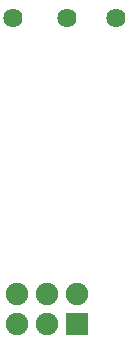
<source format=gbs>
G04 Layer: BottomSolderMaskLayer*
G04 EasyEDA v6.5.51, 2025-09-20 15:47:23*
G04 253a245d6267489c8966ad05d83ebf9d,d57bd40a603b42be9e37e0d49851eb9c,10*
G04 Gerber Generator version 0.2*
G04 Scale: 100 percent, Rotated: No, Reflected: No *
G04 Dimensions in millimeters *
G04 leading zeros omitted , absolute positions ,4 integer and 5 decimal *
%FSLAX45Y45*%
%MOMM*%

%AMMACRO1*4,1,8,-0.921,-0.9507,-0.9507,-0.9207,-0.9507,0.921,-0.921,0.9507,0.9207,0.9507,0.9507,0.921,0.9507,-0.9207,0.9207,-0.9507,-0.921,-0.9507,0*%
%ADD10C,1.9016*%
%ADD11MACRO1*%
%ADD12C,1.6256*%
%ADD13C,0.0186*%

%LPD*%
D10*
G01*
X266700Y-2603500D03*
G01*
X266700Y-2857500D03*
G01*
X520700Y-2603500D03*
G01*
X520700Y-2857500D03*
G01*
X774700Y-2603500D03*
D11*
G01*
X774700Y-2857500D03*
D12*
G01*
X1104900Y-266700D03*
G01*
X685800Y-266700D03*
G01*
X228600Y-266700D03*
M02*

</source>
